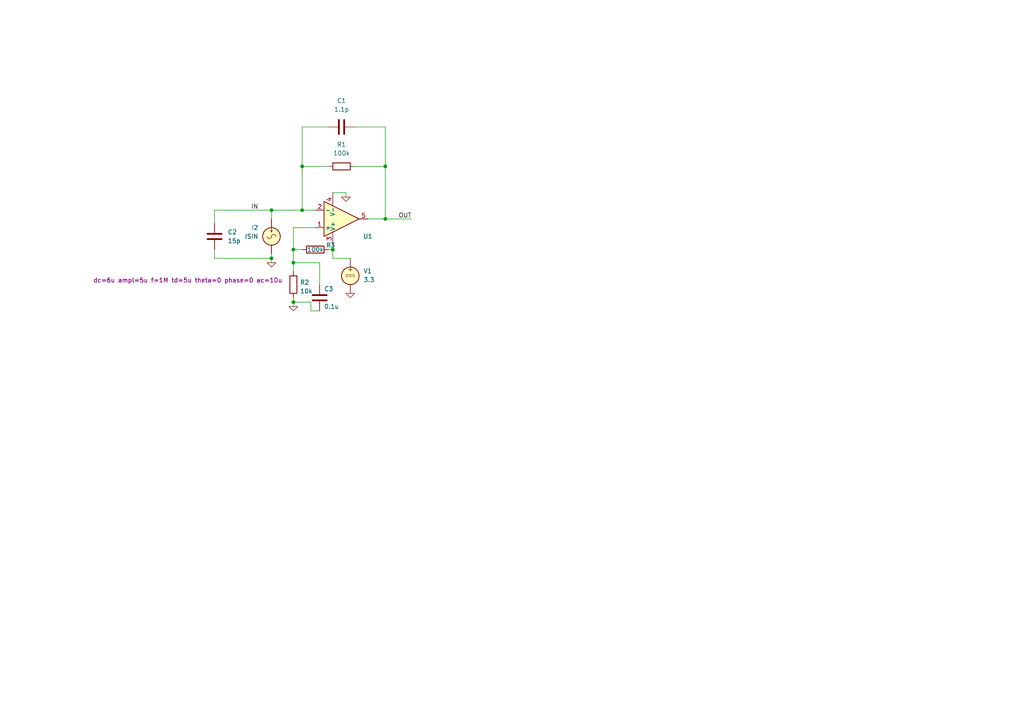
<source format=kicad_sch>
(kicad_sch (version 20231120) (generator "eeschema") (generator_version "8.0")
  (paper "A4")
  (lib_symbols
    (symbol "Device:C" (pin_numbers hide) (pin_names (offset 0.254))
      (property "Reference" "C" (at 0.635 2.54 0))
      (property "Value" "C" (at 0.635 -2.54 0))
      (symbol "C_0_1"
        (polyline (pts (xy -2.032 -0.762) (xy 2.032 -0.762)) (stroke (width 0.508)))
        (polyline (pts (xy -2.032 0.762) (xy 2.032 0.762)) (stroke (width 0.508)))
      )
      (symbol "C_1_1"
        (pin passive line (at 0 3.81 270) (length 2.794) (name "~") (number "1"))
        (pin passive line (at 0 -3.81 90) (length 2.794) (name "~") (number "2"))
      )
    )
    (symbol "Device:R" (pin_numbers hide) (pin_names (offset 0))
      (property "Reference" "R" (at 2.032 0 90))
      (property "Value" "R" (at 0 0 90))
      (symbol "R_0_1"
        (rectangle (start -1.016 -2.54) (end 1.016 2.54) (stroke (width 0.254)))
      )
      (symbol "R_1_1"
        (pin passive line (at 0 3.81 270) (length 1.27) (name "~") (number "1"))
        (pin passive line (at 0 -3.81 90) (length 1.27) (name "~") (number "2"))
      )
    )
    (symbol "Simulation_SPICE:0" (power) (pin_numbers hide) (pin_names (offset 0) hide)
      (property "Value" "0" (at 0 -2.54 0))
      (symbol "0_0_1"
        (polyline (pts (xy -1.27 0) (xy 0 -1.27) (xy 1.27 0) (xy -1.27 0)))
      )
      (symbol "0_1_1"
        (pin power_in line (at 0 0 0) (length 0) (name "~") (number "1"))
      )
    )
    (symbol "Simulation_SPICE:ISIN" (pin_numbers hide) (pin_names (offset 0.0254))
      (property "Reference" "I" (at 2.54 2.54 0))
      (property "Value" "ISIN" (at 2.54 0 0))
      (property "Sim.Params" "dc=0 ampl=1 f=1k ac=1" (at 2.54 -2.54 0))
      (symbol "ISIN_0_0"
        (arc (start 0 0) (mid -0.635 0.6323) (end -1.27 0))
        (arc (start 0 0) (mid 0.635 -0.6323) (end 1.27 0))
      )
      (symbol "ISIN_0_1"
        (polyline (pts (xy 0 1.27) (xy 0 2.286)))
        (polyline (pts (xy -0.254 1.778) (xy 0 1.27) (xy 0.254 1.778)))
        (circle (center 0 0) (radius 2.54) (stroke (width 0.254)) (fill (type background)))
      )
      (symbol "ISIN_1_1"
        (pin passive line (at 0 5.08 270) (length 2.54) (name "~") (number "1"))
        (pin passive line (at 0 -5.08 90) (length 2.54) (name "~") (number "2"))
      )
    )
    (symbol "Simulation_SPICE:OPAMP" (pin_names (offset 0.254))
      (property "Reference" "U" (at 3.81 3.175 0))
      (property "Value" "${SIM.PARAMS}" (at 3.81 -3.175 0))
      (symbol "OPAMP_0_1"
        (polyline (pts (xy 5.08 0) (xy -5.08 5.08) (xy -5.08 -5.08) (xy 5.08 0)) (stroke (width 0.254)) (fill (type background)))
      )
      (symbol "OPAMP_1_1"
        (pin input line (at -7.62 2.54 0) (length 2.54) (name "+") (number "1"))
        (pin input line (at -7.62 -2.54 0) (length 2.54) (name "-") (number "2"))
        (pin power_in line (at -2.54 7.62 270) (length 3.81) (name "V+") (number "3"))
        (pin power_in line (at -2.54 -7.62 90) (length 3.81) (name "V-") (number "4"))
        (pin output line (at 7.62 0 180) (length 2.54) (name "~") (number "5"))
      )
    )
    (symbol "Simulation_SPICE:VDC" (pin_numbers hide) (pin_names (offset 0.0254))
      (property "Reference" "V" (at 2.54 2.54 0))
      (property "Value" "1" (at 2.54 0 0))
      (symbol "VDC_0_0"
        (polyline (pts (xy -1.27 0.254) (xy 1.27 0.254)))
        (polyline (pts (xy -0.762 -0.254) (xy -1.27 -0.254)))
        (polyline (pts (xy 0.254 -0.254) (xy -0.254 -0.254)))
        (polyline (pts (xy 1.27 -0.254) (xy 0.762 -0.254)))
        (text "+" (at 0 1.905 0) (effects (font (size 1.27 1.27))))
      )
      (symbol "VDC_0_1"
        (circle (center 0 0) (radius 2.54) (stroke (width 0.254)) (fill (type background)))
      )
      (symbol "VDC_1_1"
        (pin passive line (at 0 5.08 270) (length 2.54) (name "~") (number "1"))
        (pin passive line (at 0 -5.08 90) (length 2.54) (name "~") (number "2"))
      )
    )
  )
  (junction (at 85.09 76.2))
  (junction (at 111.76 48.26))
  (junction (at 111.76 63.5))
  (junction (at 96.52 72.39))
  (junction (at 78.74 60.96))
  (junction (at 85.09 72.39))
  (junction (at 78.74 74.93))
  (junction (at 87.63 48.26))
  (junction (at 87.63 60.96))
  (junction (at 85.09 87.63))
  (wire (pts (xy 87.63 60.96) (xy 91.44 60.96)))
  (wire (pts (xy 92.71 82.55) (xy 92.71 76.2)))
  (wire (pts (xy 85.09 76.2) (xy 85.09 72.39)))
  (wire (pts (xy 111.76 36.83) (xy 111.76 48.26)))
  (wire (pts (xy 62.23 74.93) (xy 62.23 72.39)))
  (wire (pts (xy 96.52 72.39) (xy 96.52 71.12)))
  (wire (pts (xy 62.23 64.77) (xy 62.23 60.96)))
  (wire (pts (xy 95.25 48.26) (xy 87.63 48.26)))
  (wire (pts (xy 101.6 74.93) (xy 96.52 74.93)))
  (wire (pts (xy 96.52 74.93) (xy 96.52 72.39)))
  (wire (pts (xy 78.74 74.93) (xy 78.74 76.2)))
  (wire (pts (xy 102.87 36.83) (xy 111.76 36.83)))
  (wire (pts (xy 78.74 74.93) (xy 62.23 74.93)))
  (wire (pts (xy 111.76 63.5) (xy 106.68 63.5)))
  (wire (pts (xy 92.71 76.2) (xy 85.09 76.2)))
  (wire (pts (xy 85.09 66.04) (xy 91.44 66.04)))
  (wire (pts (xy 85.09 87.63) (xy 85.09 86.36)))
  (wire (pts (xy 87.63 72.39) (xy 85.09 72.39)))
  (wire (pts (xy 62.23 60.96) (xy 78.74 60.96)))
  (wire (pts (xy 78.74 60.96) (xy 87.63 60.96)))
  (wire (pts (xy 100.33 55.88) (xy 96.52 55.88)))
  (wire (pts (xy 90.17 87.63) (xy 90.17 90.17)))
  (wire (pts (xy 87.63 48.26) (xy 87.63 60.96)))
  (wire (pts (xy 111.76 48.26) (xy 111.76 63.5)))
  (wire (pts (xy 87.63 36.83) (xy 87.63 48.26)))
  (wire (pts (xy 85.09 72.39) (xy 85.09 66.04)))
  (wire (pts (xy 90.17 90.17) (xy 92.71 90.17)))
  (wire (pts (xy 78.74 60.96) (xy 78.74 63.5)))
  (wire (pts (xy 85.09 78.74) (xy 85.09 76.2)))
  (wire (pts (xy 85.09 87.63) (xy 90.17 87.63)))
  (wire (pts (xy 102.87 48.26) (xy 111.76 48.26)))
  (wire (pts (xy 85.09 88.9) (xy 85.09 87.63)))
  (wire (pts (xy 95.25 72.39) (xy 96.52 72.39)))
  (wire (pts (xy 100.33 57.15) (xy 100.33 55.88)))
  (wire (pts (xy 111.76 63.5) (xy 119.38 63.5)))
  (wire (pts (xy 78.74 73.66) (xy 78.74 74.93)))
  (wire (pts (xy 95.25 36.83) (xy 87.63 36.83)))
  (label "IN" (at 74.93 60.96 180))
  (label "OUT" (at 119.38 63.5 180))
  (symbol (lib_id "Simulation_SPICE:VDC") (at 101.6 80.01 0) (unit 1)
    (property "Reference" "V1" (at 105.41 78.6101 0) (effects (justify left)))
    (property "Value" "3.3" (at 105.41 81.1501 0) (effects (justify left)))
    (property "Datasheet" "https://ngspice.sourceforge.io/docs/ngspice-html-manual/manual.xhtml#sec_Independent_Sources_for" (effects (hide yes)))
    (property "Description" "Voltage source, DC" (effects (hide yes)))
    (property "Sim.Pins" "1=+ 2=-" (effects (hide yes)))
    (property "Sim.Type" "DC" (effects (hide yes)))
    (property "Sim.Device" "V" (effects (hide yes)))
  )
  (symbol (lib_id "Device:R") (at 91.44 72.39 270) (unit 1)
    (property "Reference" "R3" (at 95.885 71.12 90))
    (property "Value" "100k" (at 91.44 72.39 90))
    (property "Description" "Resistor" (effects (hide yes)))
  )
  (symbol (lib_id "Device:C") (at 62.23 68.58 180) (unit 1)
    (property "Reference" "C2" (at 66.04 67.3099 0) (effects (justify right)))
    (property "Value" "15p" (at 66.04 69.8499 0) (effects (justify right)))
    (property "Description" "Unpolarized capacitor" (effects (hide yes)))
  )
  (symbol (lib_id "Simulation_SPICE:0") (at 100.33 57.15 0) (unit 1)
    (property "Reference" "#GND02" (effects (hide yes)))
    (property "Value" "0" (effects (hide yes)))
    (property "Datasheet" "https://ngspice.sourceforge.io/docs/ngspice-html-manual/manual.xhtml#subsec_Circuit_elements__device" (effects (hide yes)))
    (property "Description" "0V reference potential for simulation" (effects (hide yes)))
  )
  (symbol (lib_id "Device:C") (at 92.71 86.36 180) (unit 1)
    (property "Reference" "C3" (at 93.98 83.82 0) (effects (justify right)))
    (property "Value" "0.1u" (at 93.98 88.9 0) (effects (justify right)))
    (property "Description" "Unpolarized capacitor" (effects (hide yes)))
  )
  (symbol (lib_id "Simulation_SPICE:OPAMP") (at 99.06 63.5 0) (mirror x) (unit 1)
    (property "Reference" "U1" (at 106.68 68.5486 0))
    (property "Value" "${SIM.PARAMS}" (at 106.68 66.6435 0))
    (property "Datasheet" "https://ngspice.sourceforge.io/docs/ngspice-html-manual/manual.xhtml#sec__SUBCKT_Subcircuits" (effects (hide yes)))
    (property "Description" "Operational amplifier, single, node sequence=1:+ 2:- 3:OUT 4:V+ 5:V-" (effects (hide yes)))
    (property "Sim.Pins" "1=IN+ 2=IN- 3=VCC 4=VEE 5=OUT" (effects (hide yes)))
    (property "Sim.Device" "SUBCKT" (effects (hide yes)))
    (property "Sim.Library" "/home/electro/Downloads/sbomb65a/opa607.lib" (effects (hide yes)))
    (property "Sim.Name" "OPA607" (effects (hide yes)))
  )
  (symbol (lib_id "Device:R") (at 85.09 82.55 180) (unit 1)
    (property "Reference" "R2" (at 86.995 81.915 0) (effects (justify right)))
    (property "Value" "10k" (at 86.995 84.455 0) (effects (justify right)))
    (property "Description" "Resistor" (effects (hide yes)))
  )
  (symbol (lib_id "Device:C") (at 99.06 36.83 90) (unit 1)
    (property "Reference" "C1" (at 99.06 29.21 90))
    (property "Value" "1.1p" (at 99.06 31.75 90))
    (property "Description" "Unpolarized capacitor" (effects (hide yes)))
  )
  (symbol (lib_id "Simulation_SPICE:0") (at 85.09 88.9 0) (unit 1)
    (property "Reference" "#GND01" (effects (hide yes)))
    (property "Value" "0" (effects (hide yes)))
    (property "Datasheet" "https://ngspice.sourceforge.io/docs/ngspice-html-manual/manual.xhtml#subsec_Circuit_elements__device" (effects (hide yes)))
    (property "Description" "0V reference potential for simulation" (effects (hide yes)))
  )
  (symbol (lib_id "Simulation_SPICE:0") (at 78.74 76.2 0) (unit 1)
    (property "Reference" "#GND04" (effects (hide yes)))
    (property "Value" "0" (effects (hide yes)))
    (property "Datasheet" "https://ngspice.sourceforge.io/docs/ngspice-html-manual/manual.xhtml#subsec_Circuit_elements__device" (effects (hide yes)))
    (property "Description" "0V reference potential for simulation" (effects (hide yes)))
  )
  (symbol (lib_id "Device:R") (at 99.06 48.26 90) (unit 1)
    (property "Reference" "R1" (at 99.06 41.91 90))
    (property "Value" "100k" (at 99.06 44.45 90))
    (property "Description" "Resistor" (effects (hide yes)))
  )
  (symbol (lib_id "Simulation_SPICE:0") (at 101.6 85.09 0) (unit 1)
    (property "Reference" "#GND03" (effects (hide yes)))
    (property "Value" "0" (effects (hide yes)))
    (property "Datasheet" "https://ngspice.sourceforge.io/docs/ngspice-html-manual/manual.xhtml#subsec_Circuit_elements__device" (effects (hide yes)))
    (property "Description" "0V reference potential for simulation" (effects (hide yes)))
  )
  (symbol (lib_id "Simulation_SPICE:ISIN") (at 78.74 68.58 0) (mirror y) (unit 1)
    (property "Reference" "I2" (at 74.93 66.0399 0) (effects (justify left)))
    (property "Value" "ISIN" (at 74.93 68.5799 0) (effects (justify left)))
    (property "Datasheet" "https://ngspice.sourceforge.io/docs/ngspice-html-manual/manual.xhtml#sec_Independent_Sources_for" (effects (hide yes)))
    (property "Description" "Current source, sinusoidal" (effects (hide yes)))
    (property "Sim.Pins" "1=+ 2=-" (effects (hide yes)))
    (property "Sim.Params" "dc=6u ampl=5u f=1M td=5u theta=0 phase=0 ac=10u" (at 81.915 81.28 0) (effects (justify left)))
    (property "Sim.Device" "I" (effects (hide yes)))
    (property "Sim.Type" "SIN" (effects (hide yes)))
  )
)
</source>
